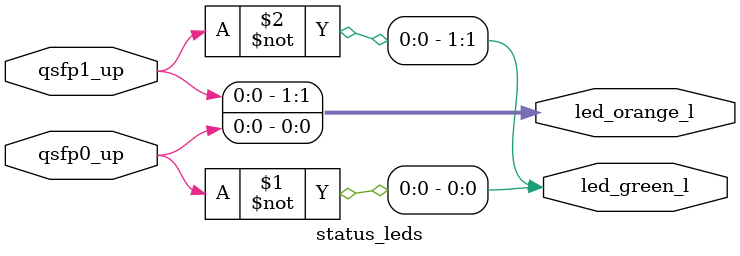
<source format=v>
module status_leds
(
    input qsfp0_up, qsfp1_up,

    output[1:0] led_green_l, led_orange_l
);

assign led_green_l[0] = ~qsfp0_up;
assign led_green_l[1] = ~qsfp1_up;

assign led_orange_l[0] = qsfp0_up;
assign led_orange_l[1] = qsfp1_up;

endmodule
</source>
